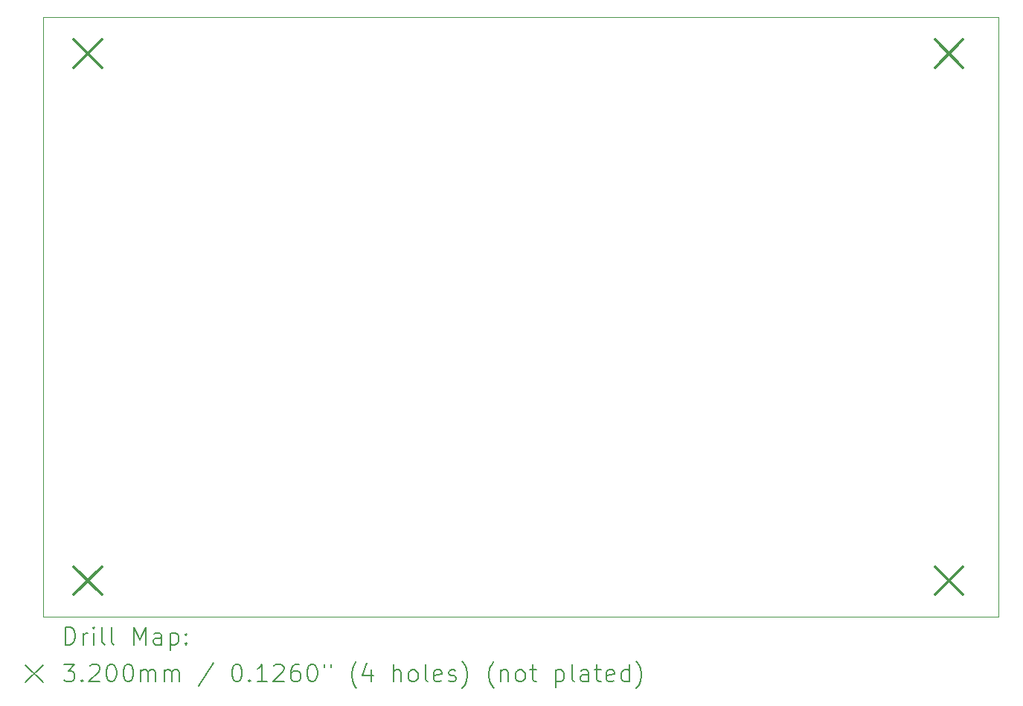
<source format=gbr>
%TF.GenerationSoftware,KiCad,Pcbnew,(6.0.7)*%
%TF.CreationDate,2023-04-08T09:09:30+05:30*%
%TF.ProjectId,aux_PS,6175785f-5053-42e6-9b69-6361645f7063,rev?*%
%TF.SameCoordinates,Original*%
%TF.FileFunction,Drillmap*%
%TF.FilePolarity,Positive*%
%FSLAX45Y45*%
G04 Gerber Fmt 4.5, Leading zero omitted, Abs format (unit mm)*
G04 Created by KiCad (PCBNEW (6.0.7)) date 2023-04-08 09:09:30*
%MOMM*%
%LPD*%
G01*
G04 APERTURE LIST*
%ADD10C,0.100000*%
%ADD11C,0.200000*%
%ADD12C,0.320000*%
G04 APERTURE END LIST*
D10*
X5193000Y-4083000D02*
X16062000Y-4083000D01*
X16062000Y-4083000D02*
X16062000Y-10913000D01*
X16062000Y-10913000D02*
X5193000Y-10913000D01*
X5193000Y-10913000D02*
X5193000Y-4083000D01*
D11*
D12*
X5540000Y-4340000D02*
X5860000Y-4660000D01*
X5860000Y-4340000D02*
X5540000Y-4660000D01*
X5540000Y-10340000D02*
X5860000Y-10660000D01*
X5860000Y-10340000D02*
X5540000Y-10660000D01*
X15340000Y-4340000D02*
X15660000Y-4660000D01*
X15660000Y-4340000D02*
X15340000Y-4660000D01*
X15340000Y-10340000D02*
X15660000Y-10660000D01*
X15660000Y-10340000D02*
X15340000Y-10660000D01*
D11*
X5445619Y-11228476D02*
X5445619Y-11028476D01*
X5493238Y-11028476D01*
X5521810Y-11038000D01*
X5540857Y-11057048D01*
X5550381Y-11076095D01*
X5559905Y-11114190D01*
X5559905Y-11142762D01*
X5550381Y-11180857D01*
X5540857Y-11199905D01*
X5521810Y-11218952D01*
X5493238Y-11228476D01*
X5445619Y-11228476D01*
X5645619Y-11228476D02*
X5645619Y-11095143D01*
X5645619Y-11133238D02*
X5655143Y-11114190D01*
X5664667Y-11104667D01*
X5683714Y-11095143D01*
X5702762Y-11095143D01*
X5769428Y-11228476D02*
X5769428Y-11095143D01*
X5769428Y-11028476D02*
X5759905Y-11038000D01*
X5769428Y-11047524D01*
X5778952Y-11038000D01*
X5769428Y-11028476D01*
X5769428Y-11047524D01*
X5893238Y-11228476D02*
X5874190Y-11218952D01*
X5864667Y-11199905D01*
X5864667Y-11028476D01*
X5998000Y-11228476D02*
X5978952Y-11218952D01*
X5969428Y-11199905D01*
X5969428Y-11028476D01*
X6226571Y-11228476D02*
X6226571Y-11028476D01*
X6293238Y-11171333D01*
X6359905Y-11028476D01*
X6359905Y-11228476D01*
X6540857Y-11228476D02*
X6540857Y-11123714D01*
X6531333Y-11104667D01*
X6512286Y-11095143D01*
X6474190Y-11095143D01*
X6455143Y-11104667D01*
X6540857Y-11218952D02*
X6521809Y-11228476D01*
X6474190Y-11228476D01*
X6455143Y-11218952D01*
X6445619Y-11199905D01*
X6445619Y-11180857D01*
X6455143Y-11161810D01*
X6474190Y-11152286D01*
X6521809Y-11152286D01*
X6540857Y-11142762D01*
X6636095Y-11095143D02*
X6636095Y-11295143D01*
X6636095Y-11104667D02*
X6655143Y-11095143D01*
X6693238Y-11095143D01*
X6712286Y-11104667D01*
X6721809Y-11114190D01*
X6731333Y-11133238D01*
X6731333Y-11190381D01*
X6721809Y-11209428D01*
X6712286Y-11218952D01*
X6693238Y-11228476D01*
X6655143Y-11228476D01*
X6636095Y-11218952D01*
X6817048Y-11209428D02*
X6826571Y-11218952D01*
X6817048Y-11228476D01*
X6807524Y-11218952D01*
X6817048Y-11209428D01*
X6817048Y-11228476D01*
X6817048Y-11104667D02*
X6826571Y-11114190D01*
X6817048Y-11123714D01*
X6807524Y-11114190D01*
X6817048Y-11104667D01*
X6817048Y-11123714D01*
X4988000Y-11458000D02*
X5188000Y-11658000D01*
X5188000Y-11458000D02*
X4988000Y-11658000D01*
X5426571Y-11448476D02*
X5550381Y-11448476D01*
X5483714Y-11524667D01*
X5512286Y-11524667D01*
X5531333Y-11534190D01*
X5540857Y-11543714D01*
X5550381Y-11562762D01*
X5550381Y-11610381D01*
X5540857Y-11629428D01*
X5531333Y-11638952D01*
X5512286Y-11648476D01*
X5455143Y-11648476D01*
X5436095Y-11638952D01*
X5426571Y-11629428D01*
X5636095Y-11629428D02*
X5645619Y-11638952D01*
X5636095Y-11648476D01*
X5626571Y-11638952D01*
X5636095Y-11629428D01*
X5636095Y-11648476D01*
X5721809Y-11467524D02*
X5731333Y-11458000D01*
X5750381Y-11448476D01*
X5798000Y-11448476D01*
X5817048Y-11458000D01*
X5826571Y-11467524D01*
X5836095Y-11486571D01*
X5836095Y-11505619D01*
X5826571Y-11534190D01*
X5712286Y-11648476D01*
X5836095Y-11648476D01*
X5959905Y-11448476D02*
X5978952Y-11448476D01*
X5998000Y-11458000D01*
X6007524Y-11467524D01*
X6017048Y-11486571D01*
X6026571Y-11524667D01*
X6026571Y-11572286D01*
X6017048Y-11610381D01*
X6007524Y-11629428D01*
X5998000Y-11638952D01*
X5978952Y-11648476D01*
X5959905Y-11648476D01*
X5940857Y-11638952D01*
X5931333Y-11629428D01*
X5921809Y-11610381D01*
X5912286Y-11572286D01*
X5912286Y-11524667D01*
X5921809Y-11486571D01*
X5931333Y-11467524D01*
X5940857Y-11458000D01*
X5959905Y-11448476D01*
X6150381Y-11448476D02*
X6169428Y-11448476D01*
X6188476Y-11458000D01*
X6198000Y-11467524D01*
X6207524Y-11486571D01*
X6217048Y-11524667D01*
X6217048Y-11572286D01*
X6207524Y-11610381D01*
X6198000Y-11629428D01*
X6188476Y-11638952D01*
X6169428Y-11648476D01*
X6150381Y-11648476D01*
X6131333Y-11638952D01*
X6121809Y-11629428D01*
X6112286Y-11610381D01*
X6102762Y-11572286D01*
X6102762Y-11524667D01*
X6112286Y-11486571D01*
X6121809Y-11467524D01*
X6131333Y-11458000D01*
X6150381Y-11448476D01*
X6302762Y-11648476D02*
X6302762Y-11515143D01*
X6302762Y-11534190D02*
X6312286Y-11524667D01*
X6331333Y-11515143D01*
X6359905Y-11515143D01*
X6378952Y-11524667D01*
X6388476Y-11543714D01*
X6388476Y-11648476D01*
X6388476Y-11543714D02*
X6398000Y-11524667D01*
X6417048Y-11515143D01*
X6445619Y-11515143D01*
X6464667Y-11524667D01*
X6474190Y-11543714D01*
X6474190Y-11648476D01*
X6569428Y-11648476D02*
X6569428Y-11515143D01*
X6569428Y-11534190D02*
X6578952Y-11524667D01*
X6598000Y-11515143D01*
X6626571Y-11515143D01*
X6645619Y-11524667D01*
X6655143Y-11543714D01*
X6655143Y-11648476D01*
X6655143Y-11543714D02*
X6664667Y-11524667D01*
X6683714Y-11515143D01*
X6712286Y-11515143D01*
X6731333Y-11524667D01*
X6740857Y-11543714D01*
X6740857Y-11648476D01*
X7131333Y-11438952D02*
X6959905Y-11696095D01*
X7388476Y-11448476D02*
X7407524Y-11448476D01*
X7426571Y-11458000D01*
X7436095Y-11467524D01*
X7445619Y-11486571D01*
X7455143Y-11524667D01*
X7455143Y-11572286D01*
X7445619Y-11610381D01*
X7436095Y-11629428D01*
X7426571Y-11638952D01*
X7407524Y-11648476D01*
X7388476Y-11648476D01*
X7369428Y-11638952D01*
X7359905Y-11629428D01*
X7350381Y-11610381D01*
X7340857Y-11572286D01*
X7340857Y-11524667D01*
X7350381Y-11486571D01*
X7359905Y-11467524D01*
X7369428Y-11458000D01*
X7388476Y-11448476D01*
X7540857Y-11629428D02*
X7550381Y-11638952D01*
X7540857Y-11648476D01*
X7531333Y-11638952D01*
X7540857Y-11629428D01*
X7540857Y-11648476D01*
X7740857Y-11648476D02*
X7626571Y-11648476D01*
X7683714Y-11648476D02*
X7683714Y-11448476D01*
X7664667Y-11477048D01*
X7645619Y-11496095D01*
X7626571Y-11505619D01*
X7817048Y-11467524D02*
X7826571Y-11458000D01*
X7845619Y-11448476D01*
X7893238Y-11448476D01*
X7912286Y-11458000D01*
X7921809Y-11467524D01*
X7931333Y-11486571D01*
X7931333Y-11505619D01*
X7921809Y-11534190D01*
X7807524Y-11648476D01*
X7931333Y-11648476D01*
X8102762Y-11448476D02*
X8064667Y-11448476D01*
X8045619Y-11458000D01*
X8036095Y-11467524D01*
X8017048Y-11496095D01*
X8007524Y-11534190D01*
X8007524Y-11610381D01*
X8017048Y-11629428D01*
X8026571Y-11638952D01*
X8045619Y-11648476D01*
X8083714Y-11648476D01*
X8102762Y-11638952D01*
X8112286Y-11629428D01*
X8121809Y-11610381D01*
X8121809Y-11562762D01*
X8112286Y-11543714D01*
X8102762Y-11534190D01*
X8083714Y-11524667D01*
X8045619Y-11524667D01*
X8026571Y-11534190D01*
X8017048Y-11543714D01*
X8007524Y-11562762D01*
X8245619Y-11448476D02*
X8264667Y-11448476D01*
X8283714Y-11458000D01*
X8293238Y-11467524D01*
X8302762Y-11486571D01*
X8312286Y-11524667D01*
X8312286Y-11572286D01*
X8302762Y-11610381D01*
X8293238Y-11629428D01*
X8283714Y-11638952D01*
X8264667Y-11648476D01*
X8245619Y-11648476D01*
X8226571Y-11638952D01*
X8217048Y-11629428D01*
X8207524Y-11610381D01*
X8198000Y-11572286D01*
X8198000Y-11524667D01*
X8207524Y-11486571D01*
X8217048Y-11467524D01*
X8226571Y-11458000D01*
X8245619Y-11448476D01*
X8388476Y-11448476D02*
X8388476Y-11486571D01*
X8464667Y-11448476D02*
X8464667Y-11486571D01*
X8759905Y-11724667D02*
X8750381Y-11715143D01*
X8731333Y-11686571D01*
X8721810Y-11667524D01*
X8712286Y-11638952D01*
X8702762Y-11591333D01*
X8702762Y-11553238D01*
X8712286Y-11505619D01*
X8721810Y-11477048D01*
X8731333Y-11458000D01*
X8750381Y-11429428D01*
X8759905Y-11419905D01*
X8921810Y-11515143D02*
X8921810Y-11648476D01*
X8874190Y-11438952D02*
X8826571Y-11581809D01*
X8950381Y-11581809D01*
X9178952Y-11648476D02*
X9178952Y-11448476D01*
X9264667Y-11648476D02*
X9264667Y-11543714D01*
X9255143Y-11524667D01*
X9236095Y-11515143D01*
X9207524Y-11515143D01*
X9188476Y-11524667D01*
X9178952Y-11534190D01*
X9388476Y-11648476D02*
X9369429Y-11638952D01*
X9359905Y-11629428D01*
X9350381Y-11610381D01*
X9350381Y-11553238D01*
X9359905Y-11534190D01*
X9369429Y-11524667D01*
X9388476Y-11515143D01*
X9417048Y-11515143D01*
X9436095Y-11524667D01*
X9445619Y-11534190D01*
X9455143Y-11553238D01*
X9455143Y-11610381D01*
X9445619Y-11629428D01*
X9436095Y-11638952D01*
X9417048Y-11648476D01*
X9388476Y-11648476D01*
X9569429Y-11648476D02*
X9550381Y-11638952D01*
X9540857Y-11619905D01*
X9540857Y-11448476D01*
X9721810Y-11638952D02*
X9702762Y-11648476D01*
X9664667Y-11648476D01*
X9645619Y-11638952D01*
X9636095Y-11619905D01*
X9636095Y-11543714D01*
X9645619Y-11524667D01*
X9664667Y-11515143D01*
X9702762Y-11515143D01*
X9721810Y-11524667D01*
X9731333Y-11543714D01*
X9731333Y-11562762D01*
X9636095Y-11581809D01*
X9807524Y-11638952D02*
X9826571Y-11648476D01*
X9864667Y-11648476D01*
X9883714Y-11638952D01*
X9893238Y-11619905D01*
X9893238Y-11610381D01*
X9883714Y-11591333D01*
X9864667Y-11581809D01*
X9836095Y-11581809D01*
X9817048Y-11572286D01*
X9807524Y-11553238D01*
X9807524Y-11543714D01*
X9817048Y-11524667D01*
X9836095Y-11515143D01*
X9864667Y-11515143D01*
X9883714Y-11524667D01*
X9959905Y-11724667D02*
X9969429Y-11715143D01*
X9988476Y-11686571D01*
X9998000Y-11667524D01*
X10007524Y-11638952D01*
X10017048Y-11591333D01*
X10017048Y-11553238D01*
X10007524Y-11505619D01*
X9998000Y-11477048D01*
X9988476Y-11458000D01*
X9969429Y-11429428D01*
X9959905Y-11419905D01*
X10321810Y-11724667D02*
X10312286Y-11715143D01*
X10293238Y-11686571D01*
X10283714Y-11667524D01*
X10274190Y-11638952D01*
X10264667Y-11591333D01*
X10264667Y-11553238D01*
X10274190Y-11505619D01*
X10283714Y-11477048D01*
X10293238Y-11458000D01*
X10312286Y-11429428D01*
X10321810Y-11419905D01*
X10398000Y-11515143D02*
X10398000Y-11648476D01*
X10398000Y-11534190D02*
X10407524Y-11524667D01*
X10426571Y-11515143D01*
X10455143Y-11515143D01*
X10474190Y-11524667D01*
X10483714Y-11543714D01*
X10483714Y-11648476D01*
X10607524Y-11648476D02*
X10588476Y-11638952D01*
X10578952Y-11629428D01*
X10569429Y-11610381D01*
X10569429Y-11553238D01*
X10578952Y-11534190D01*
X10588476Y-11524667D01*
X10607524Y-11515143D01*
X10636095Y-11515143D01*
X10655143Y-11524667D01*
X10664667Y-11534190D01*
X10674190Y-11553238D01*
X10674190Y-11610381D01*
X10664667Y-11629428D01*
X10655143Y-11638952D01*
X10636095Y-11648476D01*
X10607524Y-11648476D01*
X10731333Y-11515143D02*
X10807524Y-11515143D01*
X10759905Y-11448476D02*
X10759905Y-11619905D01*
X10769429Y-11638952D01*
X10788476Y-11648476D01*
X10807524Y-11648476D01*
X11026571Y-11515143D02*
X11026571Y-11715143D01*
X11026571Y-11524667D02*
X11045619Y-11515143D01*
X11083714Y-11515143D01*
X11102762Y-11524667D01*
X11112286Y-11534190D01*
X11121810Y-11553238D01*
X11121810Y-11610381D01*
X11112286Y-11629428D01*
X11102762Y-11638952D01*
X11083714Y-11648476D01*
X11045619Y-11648476D01*
X11026571Y-11638952D01*
X11236095Y-11648476D02*
X11217048Y-11638952D01*
X11207524Y-11619905D01*
X11207524Y-11448476D01*
X11398000Y-11648476D02*
X11398000Y-11543714D01*
X11388476Y-11524667D01*
X11369428Y-11515143D01*
X11331333Y-11515143D01*
X11312286Y-11524667D01*
X11398000Y-11638952D02*
X11378952Y-11648476D01*
X11331333Y-11648476D01*
X11312286Y-11638952D01*
X11302762Y-11619905D01*
X11302762Y-11600857D01*
X11312286Y-11581809D01*
X11331333Y-11572286D01*
X11378952Y-11572286D01*
X11398000Y-11562762D01*
X11464667Y-11515143D02*
X11540857Y-11515143D01*
X11493238Y-11448476D02*
X11493238Y-11619905D01*
X11502762Y-11638952D01*
X11521809Y-11648476D01*
X11540857Y-11648476D01*
X11683714Y-11638952D02*
X11664667Y-11648476D01*
X11626571Y-11648476D01*
X11607524Y-11638952D01*
X11598000Y-11619905D01*
X11598000Y-11543714D01*
X11607524Y-11524667D01*
X11626571Y-11515143D01*
X11664667Y-11515143D01*
X11683714Y-11524667D01*
X11693238Y-11543714D01*
X11693238Y-11562762D01*
X11598000Y-11581809D01*
X11864667Y-11648476D02*
X11864667Y-11448476D01*
X11864667Y-11638952D02*
X11845619Y-11648476D01*
X11807524Y-11648476D01*
X11788476Y-11638952D01*
X11778952Y-11629428D01*
X11769428Y-11610381D01*
X11769428Y-11553238D01*
X11778952Y-11534190D01*
X11788476Y-11524667D01*
X11807524Y-11515143D01*
X11845619Y-11515143D01*
X11864667Y-11524667D01*
X11940857Y-11724667D02*
X11950381Y-11715143D01*
X11969428Y-11686571D01*
X11978952Y-11667524D01*
X11988476Y-11638952D01*
X11998000Y-11591333D01*
X11998000Y-11553238D01*
X11988476Y-11505619D01*
X11978952Y-11477048D01*
X11969428Y-11458000D01*
X11950381Y-11429428D01*
X11940857Y-11419905D01*
M02*

</source>
